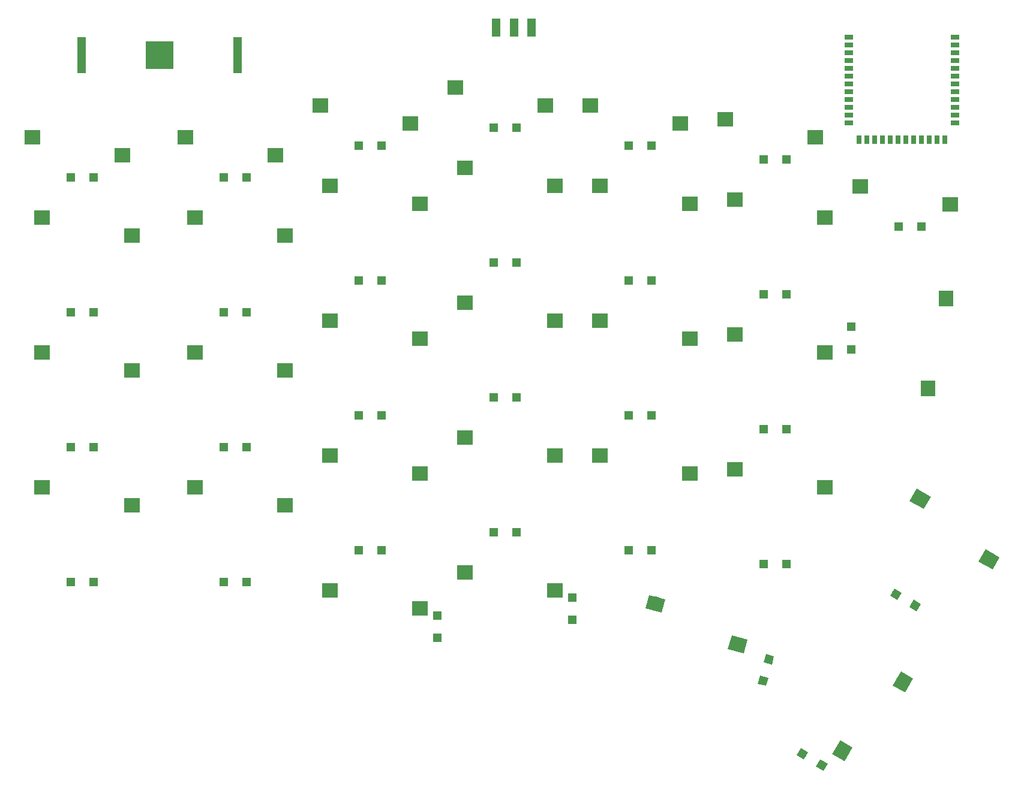
<source format=gtp>
G04 #@! TF.GenerationSoftware,KiCad,Pcbnew,(5.1.2)-2*
G04 #@! TF.CreationDate,2019-10-26T12:53:45+08:00*
G04 #@! TF.ProjectId,redox_rev1_routed3,7265646f-785f-4726-9576-315f726f7574,1.0*
G04 #@! TF.SameCoordinates,Original*
G04 #@! TF.FileFunction,Paste,Top*
G04 #@! TF.FilePolarity,Positive*
%FSLAX46Y46*%
G04 Gerber Fmt 4.6, Leading zero omitted, Abs format (unit mm)*
G04 Created by KiCad (PCBNEW (5.1.2)-2) date 2019-10-26 12:53:45*
%MOMM*%
%LPD*%
G04 APERTURE LIST*
%ADD10C,2.000000*%
%ADD11C,0.100000*%
%ADD12R,2.300000X2.000000*%
%ADD13R,2.000000X2.300000*%
%ADD14C,1.200000*%
%ADD15R,1.198880X0.698500*%
%ADD16R,0.698500X1.198880*%
%ADD17R,1.200000X1.200000*%
%ADD18R,1.270000X5.080000*%
%ADD19R,3.960000X3.960000*%
%ADD20R,1.250000X2.500000*%
G04 APERTURE END LIST*
D10*
X172349376Y-135184191D03*
D11*
G36*
X173719010Y-134515907D02*
G01*
X173201372Y-136447759D01*
X170979742Y-135852475D01*
X171497380Y-133920623D01*
X173719010Y-134515907D01*
X173719010Y-134515907D01*
G37*
D10*
X183959234Y-140924645D03*
D11*
G36*
X185328868Y-140256361D02*
G01*
X184811230Y-142188213D01*
X182589600Y-141592929D01*
X183107238Y-139661077D01*
X185328868Y-140256361D01*
X185328868Y-140256361D01*
G37*
D12*
X85740000Y-118705000D03*
X98440000Y-121245000D03*
X85740000Y-99655000D03*
X98440000Y-102195000D03*
X85740000Y-80605000D03*
X98440000Y-83145000D03*
X97140000Y-71795000D03*
X84440000Y-69255000D03*
X145430000Y-130770000D03*
X158130000Y-133310000D03*
X139080000Y-135850000D03*
X126380000Y-133310000D03*
X183530000Y-116165000D03*
X196230000Y-118705000D03*
X164480000Y-114260000D03*
X177180000Y-116800000D03*
X145430000Y-111720000D03*
X158130000Y-114260000D03*
X126380000Y-114260000D03*
X139080000Y-116800000D03*
X107330000Y-118705000D03*
X120030000Y-121245000D03*
D10*
X209713655Y-120350950D03*
D11*
G36*
X211209584Y-120059925D02*
G01*
X210209584Y-121791975D01*
X208217726Y-120641975D01*
X209217726Y-118909925D01*
X211209584Y-120059925D01*
X211209584Y-120059925D01*
G37*
D10*
X219442178Y-128900654D03*
D11*
G36*
X220938107Y-128609629D02*
G01*
X219938107Y-130341679D01*
X217946249Y-129191679D01*
X218946249Y-127459629D01*
X220938107Y-128609629D01*
X220938107Y-128609629D01*
G37*
D12*
X183530000Y-97115000D03*
X196230000Y-99655000D03*
X164480000Y-95210000D03*
X177180000Y-97750000D03*
X145430000Y-92670000D03*
X158130000Y-95210000D03*
X126380000Y-95210000D03*
X139080000Y-97750000D03*
X107330000Y-99655000D03*
X120030000Y-102195000D03*
X183530000Y-78065000D03*
X196230000Y-80605000D03*
X164480000Y-76160000D03*
X177180000Y-78700000D03*
X145430000Y-73620000D03*
X158130000Y-76160000D03*
X126380000Y-76160000D03*
X139080000Y-78700000D03*
X107330000Y-80605000D03*
X120030000Y-83145000D03*
X213980000Y-78780000D03*
X201280000Y-76240000D03*
X194930000Y-69255000D03*
X182230000Y-66715000D03*
X175880000Y-67350000D03*
X163180000Y-64810000D03*
X156830000Y-64810000D03*
X144130000Y-62270000D03*
X137780000Y-67350000D03*
X125080000Y-64810000D03*
X118730000Y-71795000D03*
X106030000Y-69255000D03*
D13*
X213400000Y-92090000D03*
X210860000Y-104790000D03*
D10*
X207309050Y-146213655D03*
D11*
G36*
X207600075Y-147709584D02*
G01*
X205868025Y-146709584D01*
X207018025Y-144717726D01*
X208750075Y-145717726D01*
X207600075Y-147709584D01*
X207600075Y-147709584D01*
G37*
D10*
X198759346Y-155942178D03*
D11*
G36*
X199050371Y-157438107D02*
G01*
X197318321Y-156438107D01*
X198468321Y-154446249D01*
X200200371Y-155446249D01*
X199050371Y-157438107D01*
X199050371Y-157438107D01*
G37*
D14*
X187552360Y-146047333D03*
D11*
G36*
X187128096Y-145312486D02*
G01*
X188287207Y-145623069D01*
X187976624Y-146782180D01*
X186817513Y-146471597D01*
X187128096Y-145312486D01*
X187128096Y-145312486D01*
G37*
D14*
X188367640Y-143004667D03*
D11*
G36*
X187943376Y-142269820D02*
G01*
X189102487Y-142580403D01*
X188791904Y-143739514D01*
X187632793Y-143428931D01*
X187943376Y-142269820D01*
X187943376Y-142269820D01*
G37*
D14*
X193105010Y-156374500D03*
D11*
G36*
X193924625Y-156154885D02*
G01*
X193324625Y-157194115D01*
X192285395Y-156594115D01*
X192885395Y-155554885D01*
X193924625Y-156154885D01*
X193924625Y-156154885D01*
G37*
D14*
X195832990Y-157949500D03*
D11*
G36*
X196652605Y-157729885D02*
G01*
X196052605Y-158769115D01*
X195013375Y-158169115D01*
X195613375Y-157129885D01*
X196652605Y-157729885D01*
X196652605Y-157729885D01*
G37*
D15*
X199670920Y-67246500D03*
X214667080Y-60647580D03*
X214667080Y-59547760D03*
D16*
X201121260Y-69596000D03*
D15*
X199670920Y-65046860D03*
X199670920Y-63947040D03*
X199670920Y-62847220D03*
X199670920Y-61747400D03*
X199670920Y-60647580D03*
X199670920Y-59547760D03*
X199670920Y-58447940D03*
X199670920Y-57348120D03*
X199670920Y-56248300D03*
X214667080Y-55148480D03*
X214667080Y-56248300D03*
X214667080Y-57348120D03*
X214667080Y-58447940D03*
X214667080Y-61747400D03*
X214667080Y-62847220D03*
X214667080Y-63947040D03*
X214667080Y-65046860D03*
X214667080Y-66146680D03*
X214667080Y-67246500D03*
D16*
X213216740Y-69596000D03*
X212116920Y-69596000D03*
X211017100Y-69596000D03*
X209917280Y-69596000D03*
X208817460Y-69596000D03*
X207717640Y-69596000D03*
X206620360Y-69596000D03*
X205520540Y-69596000D03*
X204420720Y-69596000D03*
X203320900Y-69596000D03*
X202221080Y-69596000D03*
D15*
X199670920Y-55148480D03*
X199670920Y-66146680D03*
D17*
X89865000Y-74930000D03*
X93015000Y-74930000D03*
X111455000Y-74930000D03*
X114605000Y-74930000D03*
X130505000Y-70485000D03*
X133655000Y-70485000D03*
X149555000Y-67945000D03*
X152705000Y-67945000D03*
X168605000Y-70485000D03*
X171755000Y-70485000D03*
X187655000Y-72390000D03*
X190805000Y-72390000D03*
X206705000Y-81915000D03*
X209855000Y-81915000D03*
X89865000Y-93980000D03*
X93015000Y-93980000D03*
X111455000Y-93980000D03*
X114605000Y-93980000D03*
X130505000Y-89535000D03*
X133655000Y-89535000D03*
X149555000Y-86995000D03*
X152705000Y-86995000D03*
X168605000Y-89535000D03*
X171755000Y-89535000D03*
X187655000Y-91440000D03*
X190805000Y-91440000D03*
X200025000Y-99206200D03*
X200025000Y-96056200D03*
X89865000Y-113030000D03*
X93015000Y-113030000D03*
X111455000Y-113030000D03*
X114605000Y-113030000D03*
X130505000Y-108585000D03*
X133655000Y-108585000D03*
X149555000Y-106045000D03*
X152705000Y-106045000D03*
X168605000Y-108585000D03*
X171755000Y-108585000D03*
X187655000Y-110490000D03*
X190805000Y-110490000D03*
D14*
X206281010Y-133832500D03*
D11*
G36*
X207100625Y-133612885D02*
G01*
X206500625Y-134652115D01*
X205461395Y-134052115D01*
X206061395Y-133012885D01*
X207100625Y-133612885D01*
X207100625Y-133612885D01*
G37*
D14*
X209008990Y-135407500D03*
D11*
G36*
X209828605Y-135187885D02*
G01*
X209228605Y-136227115D01*
X208189375Y-135627115D01*
X208789375Y-134587885D01*
X209828605Y-135187885D01*
X209828605Y-135187885D01*
G37*
D17*
X89865000Y-132080000D03*
X93015000Y-132080000D03*
X111455000Y-132080000D03*
X114605000Y-132080000D03*
X130505000Y-127635000D03*
X133655000Y-127635000D03*
X149555000Y-125095000D03*
X152705000Y-125095000D03*
X168605000Y-127635000D03*
X171755000Y-127635000D03*
X187655000Y-129540000D03*
X190805000Y-129540000D03*
X141605000Y-140005000D03*
X141605000Y-136855000D03*
X160655000Y-137465000D03*
X160655000Y-134315000D03*
D18*
X113347000Y-57658000D03*
X91377000Y-57658000D03*
D19*
X102362000Y-57658000D03*
D20*
X149900000Y-53804000D03*
X152400000Y-53804000D03*
X154900000Y-53804000D03*
M02*

</source>
